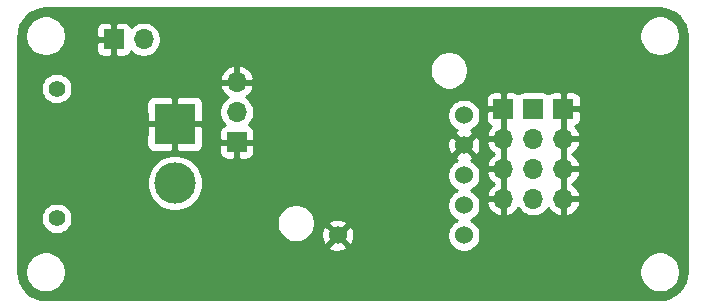
<source format=gbl>
G04 #@! TF.GenerationSoftware,KiCad,Pcbnew,(5.1.10)-1*
G04 #@! TF.CreationDate,2022-12-02T15:34:49-08:00*
G04 #@! TF.ProjectId,D24V22Fx_breakout,44323456-3232-4467-985f-627265616b6f,rev?*
G04 #@! TF.SameCoordinates,Original*
G04 #@! TF.FileFunction,Copper,L2,Bot*
G04 #@! TF.FilePolarity,Positive*
%FSLAX46Y46*%
G04 Gerber Fmt 4.6, Leading zero omitted, Abs format (unit mm)*
G04 Created by KiCad (PCBNEW (5.1.10)-1) date 2022-12-02 15:34:49*
%MOMM*%
%LPD*%
G01*
G04 APERTURE LIST*
G04 #@! TA.AperFunction,ComponentPad*
%ADD10C,1.524000*%
G04 #@! TD*
G04 #@! TA.AperFunction,ComponentPad*
%ADD11O,1.700000X1.700000*%
G04 #@! TD*
G04 #@! TA.AperFunction,ComponentPad*
%ADD12R,1.700000X1.700000*%
G04 #@! TD*
G04 #@! TA.AperFunction,ComponentPad*
%ADD13C,3.500000*%
G04 #@! TD*
G04 #@! TA.AperFunction,ComponentPad*
%ADD14R,3.500000X3.500000*%
G04 #@! TD*
G04 #@! TA.AperFunction,ComponentPad*
%ADD15C,1.400000*%
G04 #@! TD*
G04 #@! TA.AperFunction,ViaPad*
%ADD16C,0.800000*%
G04 #@! TD*
G04 #@! TA.AperFunction,Conductor*
%ADD17C,0.254000*%
G04 #@! TD*
G04 #@! TA.AperFunction,Conductor*
%ADD18C,0.100000*%
G04 #@! TD*
G04 APERTURE END LIST*
D10*
X155422600Y-86898480D03*
X155422600Y-84358480D03*
X155422600Y-81818480D03*
X155422600Y-79278480D03*
X155422600Y-76738480D03*
X144732600Y-86898480D03*
D11*
X163830000Y-83820000D03*
X163830000Y-81280000D03*
X163830000Y-78740000D03*
D12*
X163830000Y-76200000D03*
D11*
X161290000Y-83820000D03*
X161290000Y-81280000D03*
X161290000Y-78740000D03*
D12*
X161290000Y-76200000D03*
D11*
X158750000Y-83820000D03*
X158750000Y-81280000D03*
X158750000Y-78740000D03*
D12*
X158750000Y-76200000D03*
D11*
X128300000Y-70300000D03*
D12*
X125760000Y-70300000D03*
D13*
X130937000Y-82470000D03*
D14*
X130937000Y-77470000D03*
D15*
X120937000Y-85470000D03*
X120937000Y-74470000D03*
D11*
X136200000Y-73920000D03*
X136200000Y-76460000D03*
D12*
X136200000Y-79000000D03*
D16*
X164000000Y-70000000D03*
X157000000Y-70000000D03*
X149000000Y-70000000D03*
X149000000Y-80000000D03*
X142000000Y-80000000D03*
X142000000Y-74000000D03*
X154000000Y-91000000D03*
X149000000Y-85000000D03*
X126000000Y-85000000D03*
X126000000Y-80000000D03*
X126108500Y-74891500D03*
X121000000Y-80000000D03*
X169250000Y-76250000D03*
X169250000Y-80000000D03*
X169250000Y-83750000D03*
X164500000Y-87500000D03*
D17*
X172447063Y-67742168D02*
X172877097Y-67872003D01*
X173273724Y-68082892D01*
X173621831Y-68366801D01*
X173908169Y-68712923D01*
X174121822Y-69108068D01*
X174254656Y-69537184D01*
X174305001Y-70016186D01*
X174305000Y-89966009D01*
X174257832Y-90447063D01*
X174127997Y-90877097D01*
X173917108Y-91273723D01*
X173633197Y-91621832D01*
X173287074Y-91908170D01*
X172891931Y-92121823D01*
X172462817Y-92254656D01*
X171983824Y-92305000D01*
X120033991Y-92305000D01*
X119552937Y-92257832D01*
X119122903Y-92127997D01*
X118726277Y-91917108D01*
X118378168Y-91633197D01*
X118091830Y-91287074D01*
X117878177Y-90891931D01*
X117745344Y-90462817D01*
X117695000Y-89983824D01*
X117695000Y-89829117D01*
X118265000Y-89829117D01*
X118265000Y-90170883D01*
X118331675Y-90506081D01*
X118462463Y-90821831D01*
X118652337Y-91105998D01*
X118894002Y-91347663D01*
X119178169Y-91537537D01*
X119493919Y-91668325D01*
X119829117Y-91735000D01*
X120170883Y-91735000D01*
X120506081Y-91668325D01*
X120821831Y-91537537D01*
X121105998Y-91347663D01*
X121347663Y-91105998D01*
X121537537Y-90821831D01*
X121668325Y-90506081D01*
X121735000Y-90170883D01*
X121735000Y-89829117D01*
X170265000Y-89829117D01*
X170265000Y-90170883D01*
X170331675Y-90506081D01*
X170462463Y-90821831D01*
X170652337Y-91105998D01*
X170894002Y-91347663D01*
X171178169Y-91537537D01*
X171493919Y-91668325D01*
X171829117Y-91735000D01*
X172170883Y-91735000D01*
X172506081Y-91668325D01*
X172821831Y-91537537D01*
X173105998Y-91347663D01*
X173347663Y-91105998D01*
X173537537Y-90821831D01*
X173668325Y-90506081D01*
X173735000Y-90170883D01*
X173735000Y-89829117D01*
X173668325Y-89493919D01*
X173537537Y-89178169D01*
X173347663Y-88894002D01*
X173105998Y-88652337D01*
X172821831Y-88462463D01*
X172506081Y-88331675D01*
X172170883Y-88265000D01*
X171829117Y-88265000D01*
X171493919Y-88331675D01*
X171178169Y-88462463D01*
X170894002Y-88652337D01*
X170652337Y-88894002D01*
X170462463Y-89178169D01*
X170331675Y-89493919D01*
X170265000Y-89829117D01*
X121735000Y-89829117D01*
X121668325Y-89493919D01*
X121537537Y-89178169D01*
X121347663Y-88894002D01*
X121105998Y-88652337D01*
X120821831Y-88462463D01*
X120506081Y-88331675D01*
X120170883Y-88265000D01*
X119829117Y-88265000D01*
X119493919Y-88331675D01*
X119178169Y-88462463D01*
X118894002Y-88652337D01*
X118652337Y-88894002D01*
X118462463Y-89178169D01*
X118331675Y-89493919D01*
X118265000Y-89829117D01*
X117695000Y-89829117D01*
X117695000Y-87864045D01*
X143946640Y-87864045D01*
X144013620Y-88104136D01*
X144262648Y-88221236D01*
X144529735Y-88287503D01*
X144804617Y-88300390D01*
X145076733Y-88259402D01*
X145335623Y-88166116D01*
X145451580Y-88104136D01*
X145518560Y-87864045D01*
X144732600Y-87078085D01*
X143946640Y-87864045D01*
X117695000Y-87864045D01*
X117695000Y-85338514D01*
X119602000Y-85338514D01*
X119602000Y-85601486D01*
X119653304Y-85859405D01*
X119753939Y-86102359D01*
X119900038Y-86321013D01*
X120085987Y-86506962D01*
X120304641Y-86653061D01*
X120547595Y-86753696D01*
X120805514Y-86805000D01*
X121068486Y-86805000D01*
X121326405Y-86753696D01*
X121569359Y-86653061D01*
X121788013Y-86506962D01*
X121973962Y-86321013D01*
X122120061Y-86102359D01*
X122220696Y-85859405D01*
X122250922Y-85707447D01*
X139557600Y-85707447D01*
X139557600Y-86029513D01*
X139620432Y-86345392D01*
X139743682Y-86642943D01*
X139922613Y-86910732D01*
X140150348Y-87138467D01*
X140418137Y-87317398D01*
X140715688Y-87440648D01*
X141031567Y-87503480D01*
X141353633Y-87503480D01*
X141669512Y-87440648D01*
X141967063Y-87317398D01*
X142234852Y-87138467D01*
X142402822Y-86970497D01*
X143330690Y-86970497D01*
X143371678Y-87242613D01*
X143464964Y-87501503D01*
X143526944Y-87617460D01*
X143767035Y-87684440D01*
X144552995Y-86898480D01*
X144912205Y-86898480D01*
X145698165Y-87684440D01*
X145938256Y-87617460D01*
X146055356Y-87368432D01*
X146121623Y-87101345D01*
X146134510Y-86826463D01*
X146093522Y-86554347D01*
X146000236Y-86295457D01*
X145938256Y-86179500D01*
X145698165Y-86112520D01*
X144912205Y-86898480D01*
X144552995Y-86898480D01*
X143767035Y-86112520D01*
X143526944Y-86179500D01*
X143409844Y-86428528D01*
X143343577Y-86695615D01*
X143330690Y-86970497D01*
X142402822Y-86970497D01*
X142462587Y-86910732D01*
X142641518Y-86642943D01*
X142764768Y-86345392D01*
X142827600Y-86029513D01*
X142827600Y-85932915D01*
X143946640Y-85932915D01*
X144732600Y-86718875D01*
X145518560Y-85932915D01*
X145451580Y-85692824D01*
X145202552Y-85575724D01*
X144935465Y-85509457D01*
X144660583Y-85496570D01*
X144388467Y-85537558D01*
X144129577Y-85630844D01*
X144013620Y-85692824D01*
X143946640Y-85932915D01*
X142827600Y-85932915D01*
X142827600Y-85707447D01*
X142764768Y-85391568D01*
X142641518Y-85094017D01*
X142462587Y-84826228D01*
X142234852Y-84598493D01*
X141967063Y-84419562D01*
X141669512Y-84296312D01*
X141353633Y-84233480D01*
X141031567Y-84233480D01*
X140715688Y-84296312D01*
X140418137Y-84419562D01*
X140150348Y-84598493D01*
X139922613Y-84826228D01*
X139743682Y-85094017D01*
X139620432Y-85391568D01*
X139557600Y-85707447D01*
X122250922Y-85707447D01*
X122272000Y-85601486D01*
X122272000Y-85338514D01*
X122220696Y-85080595D01*
X122120061Y-84837641D01*
X121973962Y-84618987D01*
X121788013Y-84433038D01*
X121569359Y-84286939D01*
X121326405Y-84186304D01*
X121068486Y-84135000D01*
X120805514Y-84135000D01*
X120547595Y-84186304D01*
X120304641Y-84286939D01*
X120085987Y-84433038D01*
X119900038Y-84618987D01*
X119753939Y-84837641D01*
X119653304Y-85080595D01*
X119602000Y-85338514D01*
X117695000Y-85338514D01*
X117695000Y-82235098D01*
X128552000Y-82235098D01*
X128552000Y-82704902D01*
X128643654Y-83165679D01*
X128823440Y-83599721D01*
X129084450Y-83990349D01*
X129416651Y-84322550D01*
X129807279Y-84583560D01*
X130241321Y-84763346D01*
X130702098Y-84855000D01*
X131171902Y-84855000D01*
X131632679Y-84763346D01*
X132066721Y-84583560D01*
X132457349Y-84322550D01*
X132789550Y-83990349D01*
X133050560Y-83599721D01*
X133230346Y-83165679D01*
X133322000Y-82704902D01*
X133322000Y-82235098D01*
X133230346Y-81774321D01*
X133191645Y-81680888D01*
X154025600Y-81680888D01*
X154025600Y-81956072D01*
X154079286Y-82225970D01*
X154184595Y-82480207D01*
X154337480Y-82709015D01*
X154532065Y-82903600D01*
X154760873Y-83056485D01*
X154838115Y-83088480D01*
X154760873Y-83120475D01*
X154532065Y-83273360D01*
X154337480Y-83467945D01*
X154184595Y-83696753D01*
X154079286Y-83950990D01*
X154025600Y-84220888D01*
X154025600Y-84496072D01*
X154079286Y-84765970D01*
X154184595Y-85020207D01*
X154337480Y-85249015D01*
X154532065Y-85443600D01*
X154760873Y-85596485D01*
X154838115Y-85628480D01*
X154760873Y-85660475D01*
X154532065Y-85813360D01*
X154337480Y-86007945D01*
X154184595Y-86236753D01*
X154079286Y-86490990D01*
X154025600Y-86760888D01*
X154025600Y-87036072D01*
X154079286Y-87305970D01*
X154184595Y-87560207D01*
X154337480Y-87789015D01*
X154532065Y-87983600D01*
X154760873Y-88136485D01*
X155015110Y-88241794D01*
X155285008Y-88295480D01*
X155560192Y-88295480D01*
X155830090Y-88241794D01*
X156084327Y-88136485D01*
X156313135Y-87983600D01*
X156507720Y-87789015D01*
X156660605Y-87560207D01*
X156765914Y-87305970D01*
X156819600Y-87036072D01*
X156819600Y-86760888D01*
X156765914Y-86490990D01*
X156660605Y-86236753D01*
X156507720Y-86007945D01*
X156313135Y-85813360D01*
X156084327Y-85660475D01*
X156007085Y-85628480D01*
X156084327Y-85596485D01*
X156313135Y-85443600D01*
X156507720Y-85249015D01*
X156660605Y-85020207D01*
X156765914Y-84765970D01*
X156819600Y-84496072D01*
X156819600Y-84220888D01*
X156810849Y-84176890D01*
X157308524Y-84176890D01*
X157353175Y-84324099D01*
X157478359Y-84586920D01*
X157652412Y-84820269D01*
X157868645Y-85015178D01*
X158118748Y-85164157D01*
X158393109Y-85261481D01*
X158623000Y-85140814D01*
X158623000Y-83947000D01*
X157429845Y-83947000D01*
X157308524Y-84176890D01*
X156810849Y-84176890D01*
X156765914Y-83950990D01*
X156660605Y-83696753D01*
X156507720Y-83467945D01*
X156313135Y-83273360D01*
X156084327Y-83120475D01*
X156007085Y-83088480D01*
X156084327Y-83056485D01*
X156313135Y-82903600D01*
X156507720Y-82709015D01*
X156660605Y-82480207D01*
X156765914Y-82225970D01*
X156819600Y-81956072D01*
X156819600Y-81680888D01*
X156810849Y-81636890D01*
X157308524Y-81636890D01*
X157353175Y-81784099D01*
X157478359Y-82046920D01*
X157652412Y-82280269D01*
X157868645Y-82475178D01*
X157994255Y-82550000D01*
X157868645Y-82624822D01*
X157652412Y-82819731D01*
X157478359Y-83053080D01*
X157353175Y-83315901D01*
X157308524Y-83463110D01*
X157429845Y-83693000D01*
X158623000Y-83693000D01*
X158623000Y-81407000D01*
X157429845Y-81407000D01*
X157308524Y-81636890D01*
X156810849Y-81636890D01*
X156765914Y-81410990D01*
X156660605Y-81156753D01*
X156507720Y-80927945D01*
X156313135Y-80733360D01*
X156084327Y-80580475D01*
X156012657Y-80550788D01*
X156025623Y-80546116D01*
X156141580Y-80484136D01*
X156208560Y-80244045D01*
X155422600Y-79458085D01*
X154636640Y-80244045D01*
X154703620Y-80484136D01*
X154839360Y-80547965D01*
X154760873Y-80580475D01*
X154532065Y-80733360D01*
X154337480Y-80927945D01*
X154184595Y-81156753D01*
X154079286Y-81410990D01*
X154025600Y-81680888D01*
X133191645Y-81680888D01*
X133050560Y-81340279D01*
X132789550Y-80949651D01*
X132457349Y-80617450D01*
X132066721Y-80356440D01*
X131632679Y-80176654D01*
X131171902Y-80085000D01*
X130702098Y-80085000D01*
X130241321Y-80176654D01*
X129807279Y-80356440D01*
X129416651Y-80617450D01*
X129084450Y-80949651D01*
X128823440Y-81340279D01*
X128643654Y-81774321D01*
X128552000Y-82235098D01*
X117695000Y-82235098D01*
X117695000Y-79220000D01*
X128548928Y-79220000D01*
X128561188Y-79344482D01*
X128597498Y-79464180D01*
X128656463Y-79574494D01*
X128735815Y-79671185D01*
X128832506Y-79750537D01*
X128942820Y-79809502D01*
X129062518Y-79845812D01*
X129187000Y-79858072D01*
X130651250Y-79855000D01*
X130810000Y-79696250D01*
X130810000Y-77597000D01*
X131064000Y-77597000D01*
X131064000Y-79696250D01*
X131222750Y-79855000D01*
X132687000Y-79858072D01*
X132768959Y-79850000D01*
X134711928Y-79850000D01*
X134724188Y-79974482D01*
X134760498Y-80094180D01*
X134819463Y-80204494D01*
X134898815Y-80301185D01*
X134995506Y-80380537D01*
X135105820Y-80439502D01*
X135225518Y-80475812D01*
X135350000Y-80488072D01*
X135914250Y-80485000D01*
X136073000Y-80326250D01*
X136073000Y-79127000D01*
X136327000Y-79127000D01*
X136327000Y-80326250D01*
X136485750Y-80485000D01*
X137050000Y-80488072D01*
X137174482Y-80475812D01*
X137294180Y-80439502D01*
X137404494Y-80380537D01*
X137501185Y-80301185D01*
X137580537Y-80204494D01*
X137639502Y-80094180D01*
X137675812Y-79974482D01*
X137688072Y-79850000D01*
X137685353Y-79350497D01*
X154020690Y-79350497D01*
X154061678Y-79622613D01*
X154154964Y-79881503D01*
X154216944Y-79997460D01*
X154457035Y-80064440D01*
X155242995Y-79278480D01*
X155602205Y-79278480D01*
X156388165Y-80064440D01*
X156628256Y-79997460D01*
X156745356Y-79748432D01*
X156811623Y-79481345D01*
X156824510Y-79206463D01*
X156808006Y-79096890D01*
X157308524Y-79096890D01*
X157353175Y-79244099D01*
X157478359Y-79506920D01*
X157652412Y-79740269D01*
X157868645Y-79935178D01*
X157994255Y-80010000D01*
X157868645Y-80084822D01*
X157652412Y-80279731D01*
X157478359Y-80513080D01*
X157353175Y-80775901D01*
X157308524Y-80923110D01*
X157429845Y-81153000D01*
X158623000Y-81153000D01*
X158623000Y-78867000D01*
X157429845Y-78867000D01*
X157308524Y-79096890D01*
X156808006Y-79096890D01*
X156783522Y-78934347D01*
X156690236Y-78675457D01*
X156628256Y-78559500D01*
X156388165Y-78492520D01*
X155602205Y-79278480D01*
X155242995Y-79278480D01*
X154457035Y-78492520D01*
X154216944Y-78559500D01*
X154099844Y-78808528D01*
X154033577Y-79075615D01*
X154020690Y-79350497D01*
X137685353Y-79350497D01*
X137685000Y-79285750D01*
X137526250Y-79127000D01*
X136327000Y-79127000D01*
X136073000Y-79127000D01*
X134873750Y-79127000D01*
X134715000Y-79285750D01*
X134711928Y-79850000D01*
X132768959Y-79850000D01*
X132811482Y-79845812D01*
X132931180Y-79809502D01*
X133041494Y-79750537D01*
X133138185Y-79671185D01*
X133217537Y-79574494D01*
X133276502Y-79464180D01*
X133312812Y-79344482D01*
X133325072Y-79220000D01*
X133322828Y-78150000D01*
X134711928Y-78150000D01*
X134715000Y-78714250D01*
X134873750Y-78873000D01*
X136073000Y-78873000D01*
X136073000Y-78853000D01*
X136327000Y-78853000D01*
X136327000Y-78873000D01*
X137526250Y-78873000D01*
X137685000Y-78714250D01*
X137688072Y-78150000D01*
X137675812Y-78025518D01*
X137639502Y-77905820D01*
X137580537Y-77795506D01*
X137501185Y-77698815D01*
X137404494Y-77619463D01*
X137294180Y-77560498D01*
X137221620Y-77538487D01*
X137353475Y-77406632D01*
X137515990Y-77163411D01*
X137627932Y-76893158D01*
X137685000Y-76606260D01*
X137685000Y-76600888D01*
X154025600Y-76600888D01*
X154025600Y-76876072D01*
X154079286Y-77145970D01*
X154184595Y-77400207D01*
X154337480Y-77629015D01*
X154532065Y-77823600D01*
X154760873Y-77976485D01*
X154832543Y-78006172D01*
X154819577Y-78010844D01*
X154703620Y-78072824D01*
X154636640Y-78312915D01*
X155422600Y-79098875D01*
X156208560Y-78312915D01*
X156141580Y-78072824D01*
X156005840Y-78008995D01*
X156084327Y-77976485D01*
X156313135Y-77823600D01*
X156507720Y-77629015D01*
X156660605Y-77400207D01*
X156765914Y-77145970D01*
X156785003Y-77050000D01*
X157261928Y-77050000D01*
X157274188Y-77174482D01*
X157310498Y-77294180D01*
X157369463Y-77404494D01*
X157448815Y-77501185D01*
X157545506Y-77580537D01*
X157655820Y-77639502D01*
X157736466Y-77663966D01*
X157652412Y-77739731D01*
X157478359Y-77973080D01*
X157353175Y-78235901D01*
X157308524Y-78383110D01*
X157429845Y-78613000D01*
X158623000Y-78613000D01*
X158623000Y-76327000D01*
X157423750Y-76327000D01*
X157265000Y-76485750D01*
X157261928Y-77050000D01*
X156785003Y-77050000D01*
X156819600Y-76876072D01*
X156819600Y-76600888D01*
X156765914Y-76330990D01*
X156660605Y-76076753D01*
X156507720Y-75847945D01*
X156313135Y-75653360D01*
X156084327Y-75500475D01*
X155830090Y-75395166D01*
X155603025Y-75350000D01*
X157261928Y-75350000D01*
X157265000Y-75914250D01*
X157423750Y-76073000D01*
X158623000Y-76073000D01*
X158623000Y-74873750D01*
X158877000Y-74873750D01*
X158877000Y-76073000D01*
X158897000Y-76073000D01*
X158897000Y-76327000D01*
X158877000Y-76327000D01*
X158877000Y-78613000D01*
X158897000Y-78613000D01*
X158897000Y-78867000D01*
X158877000Y-78867000D01*
X158877000Y-81153000D01*
X158897000Y-81153000D01*
X158897000Y-81407000D01*
X158877000Y-81407000D01*
X158877000Y-83693000D01*
X158897000Y-83693000D01*
X158897000Y-83947000D01*
X158877000Y-83947000D01*
X158877000Y-85140814D01*
X159106891Y-85261481D01*
X159381252Y-85164157D01*
X159631355Y-85015178D01*
X159847588Y-84820269D01*
X160018900Y-84590594D01*
X160136525Y-84766632D01*
X160343368Y-84973475D01*
X160586589Y-85135990D01*
X160856842Y-85247932D01*
X161143740Y-85305000D01*
X161436260Y-85305000D01*
X161723158Y-85247932D01*
X161993411Y-85135990D01*
X162236632Y-84973475D01*
X162443475Y-84766632D01*
X162561100Y-84590594D01*
X162732412Y-84820269D01*
X162948645Y-85015178D01*
X163198748Y-85164157D01*
X163473109Y-85261481D01*
X163703000Y-85140814D01*
X163703000Y-83947000D01*
X163957000Y-83947000D01*
X163957000Y-85140814D01*
X164186891Y-85261481D01*
X164461252Y-85164157D01*
X164711355Y-85015178D01*
X164927588Y-84820269D01*
X165101641Y-84586920D01*
X165226825Y-84324099D01*
X165271476Y-84176890D01*
X165150155Y-83947000D01*
X163957000Y-83947000D01*
X163703000Y-83947000D01*
X163683000Y-83947000D01*
X163683000Y-83693000D01*
X163703000Y-83693000D01*
X163703000Y-81407000D01*
X163957000Y-81407000D01*
X163957000Y-83693000D01*
X165150155Y-83693000D01*
X165271476Y-83463110D01*
X165226825Y-83315901D01*
X165101641Y-83053080D01*
X164927588Y-82819731D01*
X164711355Y-82624822D01*
X164585745Y-82550000D01*
X164711355Y-82475178D01*
X164927588Y-82280269D01*
X165101641Y-82046920D01*
X165226825Y-81784099D01*
X165271476Y-81636890D01*
X165150155Y-81407000D01*
X163957000Y-81407000D01*
X163703000Y-81407000D01*
X163683000Y-81407000D01*
X163683000Y-81153000D01*
X163703000Y-81153000D01*
X163703000Y-78867000D01*
X163957000Y-78867000D01*
X163957000Y-81153000D01*
X165150155Y-81153000D01*
X165271476Y-80923110D01*
X165226825Y-80775901D01*
X165101641Y-80513080D01*
X164927588Y-80279731D01*
X164711355Y-80084822D01*
X164585745Y-80010000D01*
X164711355Y-79935178D01*
X164927588Y-79740269D01*
X165101641Y-79506920D01*
X165226825Y-79244099D01*
X165271476Y-79096890D01*
X165150155Y-78867000D01*
X163957000Y-78867000D01*
X163703000Y-78867000D01*
X163683000Y-78867000D01*
X163683000Y-78613000D01*
X163703000Y-78613000D01*
X163703000Y-76327000D01*
X163957000Y-76327000D01*
X163957000Y-78613000D01*
X165150155Y-78613000D01*
X165271476Y-78383110D01*
X165226825Y-78235901D01*
X165101641Y-77973080D01*
X164927588Y-77739731D01*
X164843534Y-77663966D01*
X164924180Y-77639502D01*
X165034494Y-77580537D01*
X165131185Y-77501185D01*
X165210537Y-77404494D01*
X165269502Y-77294180D01*
X165305812Y-77174482D01*
X165318072Y-77050000D01*
X165315000Y-76485750D01*
X165156250Y-76327000D01*
X163957000Y-76327000D01*
X163703000Y-76327000D01*
X163683000Y-76327000D01*
X163683000Y-76073000D01*
X163703000Y-76073000D01*
X163703000Y-74873750D01*
X163957000Y-74873750D01*
X163957000Y-76073000D01*
X165156250Y-76073000D01*
X165315000Y-75914250D01*
X165318072Y-75350000D01*
X165305812Y-75225518D01*
X165269502Y-75105820D01*
X165210537Y-74995506D01*
X165131185Y-74898815D01*
X165034494Y-74819463D01*
X164924180Y-74760498D01*
X164804482Y-74724188D01*
X164680000Y-74711928D01*
X164115750Y-74715000D01*
X163957000Y-74873750D01*
X163703000Y-74873750D01*
X163544250Y-74715000D01*
X162980000Y-74711928D01*
X162855518Y-74724188D01*
X162735820Y-74760498D01*
X162625506Y-74819463D01*
X162560000Y-74873222D01*
X162494494Y-74819463D01*
X162384180Y-74760498D01*
X162264482Y-74724188D01*
X162140000Y-74711928D01*
X160440000Y-74711928D01*
X160315518Y-74724188D01*
X160195820Y-74760498D01*
X160085506Y-74819463D01*
X160020000Y-74873222D01*
X159954494Y-74819463D01*
X159844180Y-74760498D01*
X159724482Y-74724188D01*
X159600000Y-74711928D01*
X159035750Y-74715000D01*
X158877000Y-74873750D01*
X158623000Y-74873750D01*
X158464250Y-74715000D01*
X157900000Y-74711928D01*
X157775518Y-74724188D01*
X157655820Y-74760498D01*
X157545506Y-74819463D01*
X157448815Y-74898815D01*
X157369463Y-74995506D01*
X157310498Y-75105820D01*
X157274188Y-75225518D01*
X157261928Y-75350000D01*
X155603025Y-75350000D01*
X155560192Y-75341480D01*
X155285008Y-75341480D01*
X155015110Y-75395166D01*
X154760873Y-75500475D01*
X154532065Y-75653360D01*
X154337480Y-75847945D01*
X154184595Y-76076753D01*
X154079286Y-76330990D01*
X154025600Y-76600888D01*
X137685000Y-76600888D01*
X137685000Y-76313740D01*
X137627932Y-76026842D01*
X137515990Y-75756589D01*
X137353475Y-75513368D01*
X137146632Y-75306525D01*
X136964466Y-75184805D01*
X137081355Y-75115178D01*
X137297588Y-74920269D01*
X137471641Y-74686920D01*
X137596825Y-74424099D01*
X137641476Y-74276890D01*
X137520155Y-74047000D01*
X136327000Y-74047000D01*
X136327000Y-74067000D01*
X136073000Y-74067000D01*
X136073000Y-74047000D01*
X134879845Y-74047000D01*
X134758524Y-74276890D01*
X134803175Y-74424099D01*
X134928359Y-74686920D01*
X135102412Y-74920269D01*
X135318645Y-75115178D01*
X135435534Y-75184805D01*
X135253368Y-75306525D01*
X135046525Y-75513368D01*
X134884010Y-75756589D01*
X134772068Y-76026842D01*
X134715000Y-76313740D01*
X134715000Y-76606260D01*
X134772068Y-76893158D01*
X134884010Y-77163411D01*
X135046525Y-77406632D01*
X135178380Y-77538487D01*
X135105820Y-77560498D01*
X134995506Y-77619463D01*
X134898815Y-77698815D01*
X134819463Y-77795506D01*
X134760498Y-77905820D01*
X134724188Y-78025518D01*
X134711928Y-78150000D01*
X133322828Y-78150000D01*
X133322000Y-77755750D01*
X133163250Y-77597000D01*
X131064000Y-77597000D01*
X130810000Y-77597000D01*
X128710750Y-77597000D01*
X128552000Y-77755750D01*
X128548928Y-79220000D01*
X117695000Y-79220000D01*
X117695000Y-74338514D01*
X119602000Y-74338514D01*
X119602000Y-74601486D01*
X119653304Y-74859405D01*
X119753939Y-75102359D01*
X119900038Y-75321013D01*
X120085987Y-75506962D01*
X120304641Y-75653061D01*
X120547595Y-75753696D01*
X120805514Y-75805000D01*
X121068486Y-75805000D01*
X121326405Y-75753696D01*
X121407754Y-75720000D01*
X128548928Y-75720000D01*
X128552000Y-77184250D01*
X128710750Y-77343000D01*
X130810000Y-77343000D01*
X130810000Y-75243750D01*
X131064000Y-75243750D01*
X131064000Y-77343000D01*
X133163250Y-77343000D01*
X133322000Y-77184250D01*
X133325072Y-75720000D01*
X133312812Y-75595518D01*
X133276502Y-75475820D01*
X133217537Y-75365506D01*
X133138185Y-75268815D01*
X133041494Y-75189463D01*
X132931180Y-75130498D01*
X132811482Y-75094188D01*
X132687000Y-75081928D01*
X131222750Y-75085000D01*
X131064000Y-75243750D01*
X130810000Y-75243750D01*
X130651250Y-75085000D01*
X129187000Y-75081928D01*
X129062518Y-75094188D01*
X128942820Y-75130498D01*
X128832506Y-75189463D01*
X128735815Y-75268815D01*
X128656463Y-75365506D01*
X128597498Y-75475820D01*
X128561188Y-75595518D01*
X128548928Y-75720000D01*
X121407754Y-75720000D01*
X121569359Y-75653061D01*
X121788013Y-75506962D01*
X121973962Y-75321013D01*
X122120061Y-75102359D01*
X122220696Y-74859405D01*
X122272000Y-74601486D01*
X122272000Y-74338514D01*
X122220696Y-74080595D01*
X122120061Y-73837641D01*
X121973962Y-73618987D01*
X121918085Y-73563110D01*
X134758524Y-73563110D01*
X134879845Y-73793000D01*
X136073000Y-73793000D01*
X136073000Y-72599186D01*
X136327000Y-72599186D01*
X136327000Y-73793000D01*
X137520155Y-73793000D01*
X137641476Y-73563110D01*
X137596825Y-73415901D01*
X137471641Y-73153080D01*
X137297588Y-72919731D01*
X137128644Y-72767447D01*
X152517600Y-72767447D01*
X152517600Y-73089513D01*
X152580432Y-73405392D01*
X152703682Y-73702943D01*
X152882613Y-73970732D01*
X153110348Y-74198467D01*
X153378137Y-74377398D01*
X153675688Y-74500648D01*
X153991567Y-74563480D01*
X154313633Y-74563480D01*
X154629512Y-74500648D01*
X154927063Y-74377398D01*
X155194852Y-74198467D01*
X155422587Y-73970732D01*
X155601518Y-73702943D01*
X155724768Y-73405392D01*
X155787600Y-73089513D01*
X155787600Y-72767447D01*
X155724768Y-72451568D01*
X155601518Y-72154017D01*
X155422587Y-71886228D01*
X155194852Y-71658493D01*
X154927063Y-71479562D01*
X154629512Y-71356312D01*
X154313633Y-71293480D01*
X153991567Y-71293480D01*
X153675688Y-71356312D01*
X153378137Y-71479562D01*
X153110348Y-71658493D01*
X152882613Y-71886228D01*
X152703682Y-72154017D01*
X152580432Y-72451568D01*
X152517600Y-72767447D01*
X137128644Y-72767447D01*
X137081355Y-72724822D01*
X136831252Y-72575843D01*
X136556891Y-72478519D01*
X136327000Y-72599186D01*
X136073000Y-72599186D01*
X135843109Y-72478519D01*
X135568748Y-72575843D01*
X135318645Y-72724822D01*
X135102412Y-72919731D01*
X134928359Y-73153080D01*
X134803175Y-73415901D01*
X134758524Y-73563110D01*
X121918085Y-73563110D01*
X121788013Y-73433038D01*
X121569359Y-73286939D01*
X121326405Y-73186304D01*
X121068486Y-73135000D01*
X120805514Y-73135000D01*
X120547595Y-73186304D01*
X120304641Y-73286939D01*
X120085987Y-73433038D01*
X119900038Y-73618987D01*
X119753939Y-73837641D01*
X119653304Y-74080595D01*
X119602000Y-74338514D01*
X117695000Y-74338514D01*
X117695000Y-70033992D01*
X117715088Y-69829117D01*
X118265000Y-69829117D01*
X118265000Y-70170883D01*
X118331675Y-70506081D01*
X118462463Y-70821831D01*
X118652337Y-71105998D01*
X118894002Y-71347663D01*
X119178169Y-71537537D01*
X119493919Y-71668325D01*
X119829117Y-71735000D01*
X120170883Y-71735000D01*
X120506081Y-71668325D01*
X120821831Y-71537537D01*
X121105998Y-71347663D01*
X121303661Y-71150000D01*
X124271928Y-71150000D01*
X124284188Y-71274482D01*
X124320498Y-71394180D01*
X124379463Y-71504494D01*
X124458815Y-71601185D01*
X124555506Y-71680537D01*
X124665820Y-71739502D01*
X124785518Y-71775812D01*
X124910000Y-71788072D01*
X125474250Y-71785000D01*
X125633000Y-71626250D01*
X125633000Y-70427000D01*
X124433750Y-70427000D01*
X124275000Y-70585750D01*
X124271928Y-71150000D01*
X121303661Y-71150000D01*
X121347663Y-71105998D01*
X121537537Y-70821831D01*
X121668325Y-70506081D01*
X121735000Y-70170883D01*
X121735000Y-69829117D01*
X121668325Y-69493919D01*
X121650134Y-69450000D01*
X124271928Y-69450000D01*
X124275000Y-70014250D01*
X124433750Y-70173000D01*
X125633000Y-70173000D01*
X125633000Y-68973750D01*
X125887000Y-68973750D01*
X125887000Y-70173000D01*
X125907000Y-70173000D01*
X125907000Y-70427000D01*
X125887000Y-70427000D01*
X125887000Y-71626250D01*
X126045750Y-71785000D01*
X126610000Y-71788072D01*
X126734482Y-71775812D01*
X126854180Y-71739502D01*
X126964494Y-71680537D01*
X127061185Y-71601185D01*
X127140537Y-71504494D01*
X127199502Y-71394180D01*
X127221513Y-71321620D01*
X127353368Y-71453475D01*
X127596589Y-71615990D01*
X127866842Y-71727932D01*
X128153740Y-71785000D01*
X128446260Y-71785000D01*
X128733158Y-71727932D01*
X129003411Y-71615990D01*
X129246632Y-71453475D01*
X129453475Y-71246632D01*
X129615990Y-71003411D01*
X129727932Y-70733158D01*
X129785000Y-70446260D01*
X129785000Y-70153740D01*
X129727932Y-69866842D01*
X129712306Y-69829117D01*
X170265000Y-69829117D01*
X170265000Y-70170883D01*
X170331675Y-70506081D01*
X170462463Y-70821831D01*
X170652337Y-71105998D01*
X170894002Y-71347663D01*
X171178169Y-71537537D01*
X171493919Y-71668325D01*
X171829117Y-71735000D01*
X172170883Y-71735000D01*
X172506081Y-71668325D01*
X172821831Y-71537537D01*
X173105998Y-71347663D01*
X173347663Y-71105998D01*
X173537537Y-70821831D01*
X173668325Y-70506081D01*
X173735000Y-70170883D01*
X173735000Y-69829117D01*
X173668325Y-69493919D01*
X173537537Y-69178169D01*
X173347663Y-68894002D01*
X173105998Y-68652337D01*
X172821831Y-68462463D01*
X172506081Y-68331675D01*
X172170883Y-68265000D01*
X171829117Y-68265000D01*
X171493919Y-68331675D01*
X171178169Y-68462463D01*
X170894002Y-68652337D01*
X170652337Y-68894002D01*
X170462463Y-69178169D01*
X170331675Y-69493919D01*
X170265000Y-69829117D01*
X129712306Y-69829117D01*
X129615990Y-69596589D01*
X129453475Y-69353368D01*
X129246632Y-69146525D01*
X129003411Y-68984010D01*
X128733158Y-68872068D01*
X128446260Y-68815000D01*
X128153740Y-68815000D01*
X127866842Y-68872068D01*
X127596589Y-68984010D01*
X127353368Y-69146525D01*
X127221513Y-69278380D01*
X127199502Y-69205820D01*
X127140537Y-69095506D01*
X127061185Y-68998815D01*
X126964494Y-68919463D01*
X126854180Y-68860498D01*
X126734482Y-68824188D01*
X126610000Y-68811928D01*
X126045750Y-68815000D01*
X125887000Y-68973750D01*
X125633000Y-68973750D01*
X125474250Y-68815000D01*
X124910000Y-68811928D01*
X124785518Y-68824188D01*
X124665820Y-68860498D01*
X124555506Y-68919463D01*
X124458815Y-68998815D01*
X124379463Y-69095506D01*
X124320498Y-69205820D01*
X124284188Y-69325518D01*
X124271928Y-69450000D01*
X121650134Y-69450000D01*
X121537537Y-69178169D01*
X121347663Y-68894002D01*
X121105998Y-68652337D01*
X120821831Y-68462463D01*
X120506081Y-68331675D01*
X120170883Y-68265000D01*
X119829117Y-68265000D01*
X119493919Y-68331675D01*
X119178169Y-68462463D01*
X118894002Y-68652337D01*
X118652337Y-68894002D01*
X118462463Y-69178169D01*
X118331675Y-69493919D01*
X118265000Y-69829117D01*
X117715088Y-69829117D01*
X117742168Y-69552937D01*
X117872003Y-69122903D01*
X118082892Y-68726276D01*
X118366801Y-68378169D01*
X118712923Y-68091831D01*
X119108068Y-67878178D01*
X119537184Y-67745344D01*
X120016176Y-67695000D01*
X171966008Y-67695000D01*
X172447063Y-67742168D01*
G04 #@! TA.AperFunction,Conductor*
D18*
G36*
X172447063Y-67742168D02*
G01*
X172877097Y-67872003D01*
X173273724Y-68082892D01*
X173621831Y-68366801D01*
X173908169Y-68712923D01*
X174121822Y-69108068D01*
X174254656Y-69537184D01*
X174305001Y-70016186D01*
X174305000Y-89966009D01*
X174257832Y-90447063D01*
X174127997Y-90877097D01*
X173917108Y-91273723D01*
X173633197Y-91621832D01*
X173287074Y-91908170D01*
X172891931Y-92121823D01*
X172462817Y-92254656D01*
X171983824Y-92305000D01*
X120033991Y-92305000D01*
X119552937Y-92257832D01*
X119122903Y-92127997D01*
X118726277Y-91917108D01*
X118378168Y-91633197D01*
X118091830Y-91287074D01*
X117878177Y-90891931D01*
X117745344Y-90462817D01*
X117695000Y-89983824D01*
X117695000Y-89829117D01*
X118265000Y-89829117D01*
X118265000Y-90170883D01*
X118331675Y-90506081D01*
X118462463Y-90821831D01*
X118652337Y-91105998D01*
X118894002Y-91347663D01*
X119178169Y-91537537D01*
X119493919Y-91668325D01*
X119829117Y-91735000D01*
X120170883Y-91735000D01*
X120506081Y-91668325D01*
X120821831Y-91537537D01*
X121105998Y-91347663D01*
X121347663Y-91105998D01*
X121537537Y-90821831D01*
X121668325Y-90506081D01*
X121735000Y-90170883D01*
X121735000Y-89829117D01*
X170265000Y-89829117D01*
X170265000Y-90170883D01*
X170331675Y-90506081D01*
X170462463Y-90821831D01*
X170652337Y-91105998D01*
X170894002Y-91347663D01*
X171178169Y-91537537D01*
X171493919Y-91668325D01*
X171829117Y-91735000D01*
X172170883Y-91735000D01*
X172506081Y-91668325D01*
X172821831Y-91537537D01*
X173105998Y-91347663D01*
X173347663Y-91105998D01*
X173537537Y-90821831D01*
X173668325Y-90506081D01*
X173735000Y-90170883D01*
X173735000Y-89829117D01*
X173668325Y-89493919D01*
X173537537Y-89178169D01*
X173347663Y-88894002D01*
X173105998Y-88652337D01*
X172821831Y-88462463D01*
X172506081Y-88331675D01*
X172170883Y-88265000D01*
X171829117Y-88265000D01*
X171493919Y-88331675D01*
X171178169Y-88462463D01*
X170894002Y-88652337D01*
X170652337Y-88894002D01*
X170462463Y-89178169D01*
X170331675Y-89493919D01*
X170265000Y-89829117D01*
X121735000Y-89829117D01*
X121668325Y-89493919D01*
X121537537Y-89178169D01*
X121347663Y-88894002D01*
X121105998Y-88652337D01*
X120821831Y-88462463D01*
X120506081Y-88331675D01*
X120170883Y-88265000D01*
X119829117Y-88265000D01*
X119493919Y-88331675D01*
X119178169Y-88462463D01*
X118894002Y-88652337D01*
X118652337Y-88894002D01*
X118462463Y-89178169D01*
X118331675Y-89493919D01*
X118265000Y-89829117D01*
X117695000Y-89829117D01*
X117695000Y-87864045D01*
X143946640Y-87864045D01*
X144013620Y-88104136D01*
X144262648Y-88221236D01*
X144529735Y-88287503D01*
X144804617Y-88300390D01*
X145076733Y-88259402D01*
X145335623Y-88166116D01*
X145451580Y-88104136D01*
X145518560Y-87864045D01*
X144732600Y-87078085D01*
X143946640Y-87864045D01*
X117695000Y-87864045D01*
X117695000Y-85338514D01*
X119602000Y-85338514D01*
X119602000Y-85601486D01*
X119653304Y-85859405D01*
X119753939Y-86102359D01*
X119900038Y-86321013D01*
X120085987Y-86506962D01*
X120304641Y-86653061D01*
X120547595Y-86753696D01*
X120805514Y-86805000D01*
X121068486Y-86805000D01*
X121326405Y-86753696D01*
X121569359Y-86653061D01*
X121788013Y-86506962D01*
X121973962Y-86321013D01*
X122120061Y-86102359D01*
X122220696Y-85859405D01*
X122250922Y-85707447D01*
X139557600Y-85707447D01*
X139557600Y-86029513D01*
X139620432Y-86345392D01*
X139743682Y-86642943D01*
X139922613Y-86910732D01*
X140150348Y-87138467D01*
X140418137Y-87317398D01*
X140715688Y-87440648D01*
X141031567Y-87503480D01*
X141353633Y-87503480D01*
X141669512Y-87440648D01*
X141967063Y-87317398D01*
X142234852Y-87138467D01*
X142402822Y-86970497D01*
X143330690Y-86970497D01*
X143371678Y-87242613D01*
X143464964Y-87501503D01*
X143526944Y-87617460D01*
X143767035Y-87684440D01*
X144552995Y-86898480D01*
X144912205Y-86898480D01*
X145698165Y-87684440D01*
X145938256Y-87617460D01*
X146055356Y-87368432D01*
X146121623Y-87101345D01*
X146134510Y-86826463D01*
X146093522Y-86554347D01*
X146000236Y-86295457D01*
X145938256Y-86179500D01*
X145698165Y-86112520D01*
X144912205Y-86898480D01*
X144552995Y-86898480D01*
X143767035Y-86112520D01*
X143526944Y-86179500D01*
X143409844Y-86428528D01*
X143343577Y-86695615D01*
X143330690Y-86970497D01*
X142402822Y-86970497D01*
X142462587Y-86910732D01*
X142641518Y-86642943D01*
X142764768Y-86345392D01*
X142827600Y-86029513D01*
X142827600Y-85932915D01*
X143946640Y-85932915D01*
X144732600Y-86718875D01*
X145518560Y-85932915D01*
X145451580Y-85692824D01*
X145202552Y-85575724D01*
X144935465Y-85509457D01*
X144660583Y-85496570D01*
X144388467Y-85537558D01*
X144129577Y-85630844D01*
X144013620Y-85692824D01*
X143946640Y-85932915D01*
X142827600Y-85932915D01*
X142827600Y-85707447D01*
X142764768Y-85391568D01*
X142641518Y-85094017D01*
X142462587Y-84826228D01*
X142234852Y-84598493D01*
X141967063Y-84419562D01*
X141669512Y-84296312D01*
X141353633Y-84233480D01*
X141031567Y-84233480D01*
X140715688Y-84296312D01*
X140418137Y-84419562D01*
X140150348Y-84598493D01*
X139922613Y-84826228D01*
X139743682Y-85094017D01*
X139620432Y-85391568D01*
X139557600Y-85707447D01*
X122250922Y-85707447D01*
X122272000Y-85601486D01*
X122272000Y-85338514D01*
X122220696Y-85080595D01*
X122120061Y-84837641D01*
X121973962Y-84618987D01*
X121788013Y-84433038D01*
X121569359Y-84286939D01*
X121326405Y-84186304D01*
X121068486Y-84135000D01*
X120805514Y-84135000D01*
X120547595Y-84186304D01*
X120304641Y-84286939D01*
X120085987Y-84433038D01*
X119900038Y-84618987D01*
X119753939Y-84837641D01*
X119653304Y-85080595D01*
X119602000Y-85338514D01*
X117695000Y-85338514D01*
X117695000Y-82235098D01*
X128552000Y-82235098D01*
X128552000Y-82704902D01*
X128643654Y-83165679D01*
X128823440Y-83599721D01*
X129084450Y-83990349D01*
X129416651Y-84322550D01*
X129807279Y-84583560D01*
X130241321Y-84763346D01*
X130702098Y-84855000D01*
X131171902Y-84855000D01*
X131632679Y-84763346D01*
X132066721Y-84583560D01*
X132457349Y-84322550D01*
X132789550Y-83990349D01*
X133050560Y-83599721D01*
X133230346Y-83165679D01*
X133322000Y-82704902D01*
X133322000Y-82235098D01*
X133230346Y-81774321D01*
X133191645Y-81680888D01*
X154025600Y-81680888D01*
X154025600Y-81956072D01*
X154079286Y-82225970D01*
X154184595Y-82480207D01*
X154337480Y-82709015D01*
X154532065Y-82903600D01*
X154760873Y-83056485D01*
X154838115Y-83088480D01*
X154760873Y-83120475D01*
X154532065Y-83273360D01*
X154337480Y-83467945D01*
X154184595Y-83696753D01*
X154079286Y-83950990D01*
X154025600Y-84220888D01*
X154025600Y-84496072D01*
X154079286Y-84765970D01*
X154184595Y-85020207D01*
X154337480Y-85249015D01*
X154532065Y-85443600D01*
X154760873Y-85596485D01*
X154838115Y-85628480D01*
X154760873Y-85660475D01*
X154532065Y-85813360D01*
X154337480Y-86007945D01*
X154184595Y-86236753D01*
X154079286Y-86490990D01*
X154025600Y-86760888D01*
X154025600Y-87036072D01*
X154079286Y-87305970D01*
X154184595Y-87560207D01*
X154337480Y-87789015D01*
X154532065Y-87983600D01*
X154760873Y-88136485D01*
X155015110Y-88241794D01*
X155285008Y-88295480D01*
X155560192Y-88295480D01*
X155830090Y-88241794D01*
X156084327Y-88136485D01*
X156313135Y-87983600D01*
X156507720Y-87789015D01*
X156660605Y-87560207D01*
X156765914Y-87305970D01*
X156819600Y-87036072D01*
X156819600Y-86760888D01*
X156765914Y-86490990D01*
X156660605Y-86236753D01*
X156507720Y-86007945D01*
X156313135Y-85813360D01*
X156084327Y-85660475D01*
X156007085Y-85628480D01*
X156084327Y-85596485D01*
X156313135Y-85443600D01*
X156507720Y-85249015D01*
X156660605Y-85020207D01*
X156765914Y-84765970D01*
X156819600Y-84496072D01*
X156819600Y-84220888D01*
X156810849Y-84176890D01*
X157308524Y-84176890D01*
X157353175Y-84324099D01*
X157478359Y-84586920D01*
X157652412Y-84820269D01*
X157868645Y-85015178D01*
X158118748Y-85164157D01*
X158393109Y-85261481D01*
X158623000Y-85140814D01*
X158623000Y-83947000D01*
X157429845Y-83947000D01*
X157308524Y-84176890D01*
X156810849Y-84176890D01*
X156765914Y-83950990D01*
X156660605Y-83696753D01*
X156507720Y-83467945D01*
X156313135Y-83273360D01*
X156084327Y-83120475D01*
X156007085Y-83088480D01*
X156084327Y-83056485D01*
X156313135Y-82903600D01*
X156507720Y-82709015D01*
X156660605Y-82480207D01*
X156765914Y-82225970D01*
X156819600Y-81956072D01*
X156819600Y-81680888D01*
X156810849Y-81636890D01*
X157308524Y-81636890D01*
X157353175Y-81784099D01*
X157478359Y-82046920D01*
X157652412Y-82280269D01*
X157868645Y-82475178D01*
X157994255Y-82550000D01*
X157868645Y-82624822D01*
X157652412Y-82819731D01*
X157478359Y-83053080D01*
X157353175Y-83315901D01*
X157308524Y-83463110D01*
X157429845Y-83693000D01*
X158623000Y-83693000D01*
X158623000Y-81407000D01*
X157429845Y-81407000D01*
X157308524Y-81636890D01*
X156810849Y-81636890D01*
X156765914Y-81410990D01*
X156660605Y-81156753D01*
X156507720Y-80927945D01*
X156313135Y-80733360D01*
X156084327Y-80580475D01*
X156012657Y-80550788D01*
X156025623Y-80546116D01*
X156141580Y-80484136D01*
X156208560Y-80244045D01*
X155422600Y-79458085D01*
X154636640Y-80244045D01*
X154703620Y-80484136D01*
X154839360Y-80547965D01*
X154760873Y-80580475D01*
X154532065Y-80733360D01*
X154337480Y-80927945D01*
X154184595Y-81156753D01*
X154079286Y-81410990D01*
X154025600Y-81680888D01*
X133191645Y-81680888D01*
X133050560Y-81340279D01*
X132789550Y-80949651D01*
X132457349Y-80617450D01*
X132066721Y-80356440D01*
X131632679Y-80176654D01*
X131171902Y-80085000D01*
X130702098Y-80085000D01*
X130241321Y-80176654D01*
X129807279Y-80356440D01*
X129416651Y-80617450D01*
X129084450Y-80949651D01*
X128823440Y-81340279D01*
X128643654Y-81774321D01*
X128552000Y-82235098D01*
X117695000Y-82235098D01*
X117695000Y-79220000D01*
X128548928Y-79220000D01*
X128561188Y-79344482D01*
X128597498Y-79464180D01*
X128656463Y-79574494D01*
X128735815Y-79671185D01*
X128832506Y-79750537D01*
X128942820Y-79809502D01*
X129062518Y-79845812D01*
X129187000Y-79858072D01*
X130651250Y-79855000D01*
X130810000Y-79696250D01*
X130810000Y-77597000D01*
X131064000Y-77597000D01*
X131064000Y-79696250D01*
X131222750Y-79855000D01*
X132687000Y-79858072D01*
X132768959Y-79850000D01*
X134711928Y-79850000D01*
X134724188Y-79974482D01*
X134760498Y-80094180D01*
X134819463Y-80204494D01*
X134898815Y-80301185D01*
X134995506Y-80380537D01*
X135105820Y-80439502D01*
X135225518Y-80475812D01*
X135350000Y-80488072D01*
X135914250Y-80485000D01*
X136073000Y-80326250D01*
X136073000Y-79127000D01*
X136327000Y-79127000D01*
X136327000Y-80326250D01*
X136485750Y-80485000D01*
X137050000Y-80488072D01*
X137174482Y-80475812D01*
X137294180Y-80439502D01*
X137404494Y-80380537D01*
X137501185Y-80301185D01*
X137580537Y-80204494D01*
X137639502Y-80094180D01*
X137675812Y-79974482D01*
X137688072Y-79850000D01*
X137685353Y-79350497D01*
X154020690Y-79350497D01*
X154061678Y-79622613D01*
X154154964Y-79881503D01*
X154216944Y-79997460D01*
X154457035Y-80064440D01*
X155242995Y-79278480D01*
X155602205Y-79278480D01*
X156388165Y-80064440D01*
X156628256Y-79997460D01*
X156745356Y-79748432D01*
X156811623Y-79481345D01*
X156824510Y-79206463D01*
X156808006Y-79096890D01*
X157308524Y-79096890D01*
X157353175Y-79244099D01*
X157478359Y-79506920D01*
X157652412Y-79740269D01*
X157868645Y-79935178D01*
X157994255Y-80010000D01*
X157868645Y-80084822D01*
X157652412Y-80279731D01*
X157478359Y-80513080D01*
X157353175Y-80775901D01*
X157308524Y-80923110D01*
X157429845Y-81153000D01*
X158623000Y-81153000D01*
X158623000Y-78867000D01*
X157429845Y-78867000D01*
X157308524Y-79096890D01*
X156808006Y-79096890D01*
X156783522Y-78934347D01*
X156690236Y-78675457D01*
X156628256Y-78559500D01*
X156388165Y-78492520D01*
X155602205Y-79278480D01*
X155242995Y-79278480D01*
X154457035Y-78492520D01*
X154216944Y-78559500D01*
X154099844Y-78808528D01*
X154033577Y-79075615D01*
X154020690Y-79350497D01*
X137685353Y-79350497D01*
X137685000Y-79285750D01*
X137526250Y-79127000D01*
X136327000Y-79127000D01*
X136073000Y-79127000D01*
X134873750Y-79127000D01*
X134715000Y-79285750D01*
X134711928Y-79850000D01*
X132768959Y-79850000D01*
X132811482Y-79845812D01*
X132931180Y-79809502D01*
X133041494Y-79750537D01*
X133138185Y-79671185D01*
X133217537Y-79574494D01*
X133276502Y-79464180D01*
X133312812Y-79344482D01*
X133325072Y-79220000D01*
X133322828Y-78150000D01*
X134711928Y-78150000D01*
X134715000Y-78714250D01*
X134873750Y-78873000D01*
X136073000Y-78873000D01*
X136073000Y-78853000D01*
X136327000Y-78853000D01*
X136327000Y-78873000D01*
X137526250Y-78873000D01*
X137685000Y-78714250D01*
X137688072Y-78150000D01*
X137675812Y-78025518D01*
X137639502Y-77905820D01*
X137580537Y-77795506D01*
X137501185Y-77698815D01*
X137404494Y-77619463D01*
X137294180Y-77560498D01*
X137221620Y-77538487D01*
X137353475Y-77406632D01*
X137515990Y-77163411D01*
X137627932Y-76893158D01*
X137685000Y-76606260D01*
X137685000Y-76600888D01*
X154025600Y-76600888D01*
X154025600Y-76876072D01*
X154079286Y-77145970D01*
X154184595Y-77400207D01*
X154337480Y-77629015D01*
X154532065Y-77823600D01*
X154760873Y-77976485D01*
X154832543Y-78006172D01*
X154819577Y-78010844D01*
X154703620Y-78072824D01*
X154636640Y-78312915D01*
X155422600Y-79098875D01*
X156208560Y-78312915D01*
X156141580Y-78072824D01*
X156005840Y-78008995D01*
X156084327Y-77976485D01*
X156313135Y-77823600D01*
X156507720Y-77629015D01*
X156660605Y-77400207D01*
X156765914Y-77145970D01*
X156785003Y-77050000D01*
X157261928Y-77050000D01*
X157274188Y-77174482D01*
X157310498Y-77294180D01*
X157369463Y-77404494D01*
X157448815Y-77501185D01*
X157545506Y-77580537D01*
X157655820Y-77639502D01*
X157736466Y-77663966D01*
X157652412Y-77739731D01*
X157478359Y-77973080D01*
X157353175Y-78235901D01*
X157308524Y-78383110D01*
X157429845Y-78613000D01*
X158623000Y-78613000D01*
X158623000Y-76327000D01*
X157423750Y-76327000D01*
X157265000Y-76485750D01*
X157261928Y-77050000D01*
X156785003Y-77050000D01*
X156819600Y-76876072D01*
X156819600Y-76600888D01*
X156765914Y-76330990D01*
X156660605Y-76076753D01*
X156507720Y-75847945D01*
X156313135Y-75653360D01*
X156084327Y-75500475D01*
X155830090Y-75395166D01*
X155603025Y-75350000D01*
X157261928Y-75350000D01*
X157265000Y-75914250D01*
X157423750Y-76073000D01*
X158623000Y-76073000D01*
X158623000Y-74873750D01*
X158877000Y-74873750D01*
X158877000Y-76073000D01*
X158897000Y-76073000D01*
X158897000Y-76327000D01*
X158877000Y-76327000D01*
X158877000Y-78613000D01*
X158897000Y-78613000D01*
X158897000Y-78867000D01*
X158877000Y-78867000D01*
X158877000Y-81153000D01*
X158897000Y-81153000D01*
X158897000Y-81407000D01*
X158877000Y-81407000D01*
X158877000Y-83693000D01*
X158897000Y-83693000D01*
X158897000Y-83947000D01*
X158877000Y-83947000D01*
X158877000Y-85140814D01*
X159106891Y-85261481D01*
X159381252Y-85164157D01*
X159631355Y-85015178D01*
X159847588Y-84820269D01*
X160018900Y-84590594D01*
X160136525Y-84766632D01*
X160343368Y-84973475D01*
X160586589Y-85135990D01*
X160856842Y-85247932D01*
X161143740Y-85305000D01*
X161436260Y-85305000D01*
X161723158Y-85247932D01*
X161993411Y-85135990D01*
X162236632Y-84973475D01*
X162443475Y-84766632D01*
X162561100Y-84590594D01*
X162732412Y-84820269D01*
X162948645Y-85015178D01*
X163198748Y-85164157D01*
X163473109Y-85261481D01*
X163703000Y-85140814D01*
X163703000Y-83947000D01*
X163957000Y-83947000D01*
X163957000Y-85140814D01*
X164186891Y-85261481D01*
X164461252Y-85164157D01*
X164711355Y-85015178D01*
X164927588Y-84820269D01*
X165101641Y-84586920D01*
X165226825Y-84324099D01*
X165271476Y-84176890D01*
X165150155Y-83947000D01*
X163957000Y-83947000D01*
X163703000Y-83947000D01*
X163683000Y-83947000D01*
X163683000Y-83693000D01*
X163703000Y-83693000D01*
X163703000Y-81407000D01*
X163957000Y-81407000D01*
X163957000Y-83693000D01*
X165150155Y-83693000D01*
X165271476Y-83463110D01*
X165226825Y-83315901D01*
X165101641Y-83053080D01*
X164927588Y-82819731D01*
X164711355Y-82624822D01*
X164585745Y-82550000D01*
X164711355Y-82475178D01*
X164927588Y-82280269D01*
X165101641Y-82046920D01*
X165226825Y-81784099D01*
X165271476Y-81636890D01*
X165150155Y-81407000D01*
X163957000Y-81407000D01*
X163703000Y-81407000D01*
X163683000Y-81407000D01*
X163683000Y-81153000D01*
X163703000Y-81153000D01*
X163703000Y-78867000D01*
X163957000Y-78867000D01*
X163957000Y-81153000D01*
X165150155Y-81153000D01*
X165271476Y-80923110D01*
X165226825Y-80775901D01*
X165101641Y-80513080D01*
X164927588Y-80279731D01*
X164711355Y-80084822D01*
X164585745Y-80010000D01*
X164711355Y-79935178D01*
X164927588Y-79740269D01*
X165101641Y-79506920D01*
X165226825Y-79244099D01*
X165271476Y-79096890D01*
X165150155Y-78867000D01*
X163957000Y-78867000D01*
X163703000Y-78867000D01*
X163683000Y-78867000D01*
X163683000Y-78613000D01*
X163703000Y-78613000D01*
X163703000Y-76327000D01*
X163957000Y-76327000D01*
X163957000Y-78613000D01*
X165150155Y-78613000D01*
X165271476Y-78383110D01*
X165226825Y-78235901D01*
X165101641Y-77973080D01*
X164927588Y-77739731D01*
X164843534Y-77663966D01*
X164924180Y-77639502D01*
X165034494Y-77580537D01*
X165131185Y-77501185D01*
X165210537Y-77404494D01*
X165269502Y-77294180D01*
X165305812Y-77174482D01*
X165318072Y-77050000D01*
X165315000Y-76485750D01*
X165156250Y-76327000D01*
X163957000Y-76327000D01*
X163703000Y-76327000D01*
X163683000Y-76327000D01*
X163683000Y-76073000D01*
X163703000Y-76073000D01*
X163703000Y-74873750D01*
X163957000Y-74873750D01*
X163957000Y-76073000D01*
X165156250Y-76073000D01*
X165315000Y-75914250D01*
X165318072Y-75350000D01*
X165305812Y-75225518D01*
X165269502Y-75105820D01*
X165210537Y-74995506D01*
X165131185Y-74898815D01*
X165034494Y-74819463D01*
X164924180Y-74760498D01*
X164804482Y-74724188D01*
X164680000Y-74711928D01*
X164115750Y-74715000D01*
X163957000Y-74873750D01*
X163703000Y-74873750D01*
X163544250Y-74715000D01*
X162980000Y-74711928D01*
X162855518Y-74724188D01*
X162735820Y-74760498D01*
X162625506Y-74819463D01*
X162560000Y-74873222D01*
X162494494Y-74819463D01*
X162384180Y-74760498D01*
X162264482Y-74724188D01*
X162140000Y-74711928D01*
X160440000Y-74711928D01*
X160315518Y-74724188D01*
X160195820Y-74760498D01*
X160085506Y-74819463D01*
X160020000Y-74873222D01*
X159954494Y-74819463D01*
X159844180Y-74760498D01*
X159724482Y-74724188D01*
X159600000Y-74711928D01*
X159035750Y-74715000D01*
X158877000Y-74873750D01*
X158623000Y-74873750D01*
X158464250Y-74715000D01*
X157900000Y-74711928D01*
X157775518Y-74724188D01*
X157655820Y-74760498D01*
X157545506Y-74819463D01*
X157448815Y-74898815D01*
X157369463Y-74995506D01*
X157310498Y-75105820D01*
X157274188Y-75225518D01*
X157261928Y-75350000D01*
X155603025Y-75350000D01*
X155560192Y-75341480D01*
X155285008Y-75341480D01*
X155015110Y-75395166D01*
X154760873Y-75500475D01*
X154532065Y-75653360D01*
X154337480Y-75847945D01*
X154184595Y-76076753D01*
X154079286Y-76330990D01*
X154025600Y-76600888D01*
X137685000Y-76600888D01*
X137685000Y-76313740D01*
X137627932Y-76026842D01*
X137515990Y-75756589D01*
X137353475Y-75513368D01*
X137146632Y-75306525D01*
X136964466Y-75184805D01*
X137081355Y-75115178D01*
X137297588Y-74920269D01*
X137471641Y-74686920D01*
X137596825Y-74424099D01*
X137641476Y-74276890D01*
X137520155Y-74047000D01*
X136327000Y-74047000D01*
X136327000Y-74067000D01*
X136073000Y-74067000D01*
X136073000Y-74047000D01*
X134879845Y-74047000D01*
X134758524Y-74276890D01*
X134803175Y-74424099D01*
X134928359Y-74686920D01*
X135102412Y-74920269D01*
X135318645Y-75115178D01*
X135435534Y-75184805D01*
X135253368Y-75306525D01*
X135046525Y-75513368D01*
X134884010Y-75756589D01*
X134772068Y-76026842D01*
X134715000Y-76313740D01*
X134715000Y-76606260D01*
X134772068Y-76893158D01*
X134884010Y-77163411D01*
X135046525Y-77406632D01*
X135178380Y-77538487D01*
X135105820Y-77560498D01*
X134995506Y-77619463D01*
X134898815Y-77698815D01*
X134819463Y-77795506D01*
X134760498Y-77905820D01*
X134724188Y-78025518D01*
X134711928Y-78150000D01*
X133322828Y-78150000D01*
X133322000Y-77755750D01*
X133163250Y-77597000D01*
X131064000Y-77597000D01*
X130810000Y-77597000D01*
X128710750Y-77597000D01*
X128552000Y-77755750D01*
X128548928Y-79220000D01*
X117695000Y-79220000D01*
X117695000Y-74338514D01*
X119602000Y-74338514D01*
X119602000Y-74601486D01*
X119653304Y-74859405D01*
X119753939Y-75102359D01*
X119900038Y-75321013D01*
X120085987Y-75506962D01*
X120304641Y-75653061D01*
X120547595Y-75753696D01*
X120805514Y-75805000D01*
X121068486Y-75805000D01*
X121326405Y-75753696D01*
X121407754Y-75720000D01*
X128548928Y-75720000D01*
X128552000Y-77184250D01*
X128710750Y-77343000D01*
X130810000Y-77343000D01*
X130810000Y-75243750D01*
X131064000Y-75243750D01*
X131064000Y-77343000D01*
X133163250Y-77343000D01*
X133322000Y-77184250D01*
X133325072Y-75720000D01*
X133312812Y-75595518D01*
X133276502Y-75475820D01*
X133217537Y-75365506D01*
X133138185Y-75268815D01*
X133041494Y-75189463D01*
X132931180Y-75130498D01*
X132811482Y-75094188D01*
X132687000Y-75081928D01*
X131222750Y-75085000D01*
X131064000Y-75243750D01*
X130810000Y-75243750D01*
X130651250Y-75085000D01*
X129187000Y-75081928D01*
X129062518Y-75094188D01*
X128942820Y-75130498D01*
X128832506Y-75189463D01*
X128735815Y-75268815D01*
X128656463Y-75365506D01*
X128597498Y-75475820D01*
X128561188Y-75595518D01*
X128548928Y-75720000D01*
X121407754Y-75720000D01*
X121569359Y-75653061D01*
X121788013Y-75506962D01*
X121973962Y-75321013D01*
X122120061Y-75102359D01*
X122220696Y-74859405D01*
X122272000Y-74601486D01*
X122272000Y-74338514D01*
X122220696Y-74080595D01*
X122120061Y-73837641D01*
X121973962Y-73618987D01*
X121918085Y-73563110D01*
X134758524Y-73563110D01*
X134879845Y-73793000D01*
X136073000Y-73793000D01*
X136073000Y-72599186D01*
X136327000Y-72599186D01*
X136327000Y-73793000D01*
X137520155Y-73793000D01*
X137641476Y-73563110D01*
X137596825Y-73415901D01*
X137471641Y-73153080D01*
X137297588Y-72919731D01*
X137128644Y-72767447D01*
X152517600Y-72767447D01*
X152517600Y-73089513D01*
X152580432Y-73405392D01*
X152703682Y-73702943D01*
X152882613Y-73970732D01*
X153110348Y-74198467D01*
X153378137Y-74377398D01*
X153675688Y-74500648D01*
X153991567Y-74563480D01*
X154313633Y-74563480D01*
X154629512Y-74500648D01*
X154927063Y-74377398D01*
X155194852Y-74198467D01*
X155422587Y-73970732D01*
X155601518Y-73702943D01*
X155724768Y-73405392D01*
X155787600Y-73089513D01*
X155787600Y-72767447D01*
X155724768Y-72451568D01*
X155601518Y-72154017D01*
X155422587Y-71886228D01*
X155194852Y-71658493D01*
X154927063Y-71479562D01*
X154629512Y-71356312D01*
X154313633Y-71293480D01*
X153991567Y-71293480D01*
X153675688Y-71356312D01*
X153378137Y-71479562D01*
X153110348Y-71658493D01*
X152882613Y-71886228D01*
X152703682Y-72154017D01*
X152580432Y-72451568D01*
X152517600Y-72767447D01*
X137128644Y-72767447D01*
X137081355Y-72724822D01*
X136831252Y-72575843D01*
X136556891Y-72478519D01*
X136327000Y-72599186D01*
X136073000Y-72599186D01*
X135843109Y-72478519D01*
X135568748Y-72575843D01*
X135318645Y-72724822D01*
X135102412Y-72919731D01*
X134928359Y-73153080D01*
X134803175Y-73415901D01*
X134758524Y-73563110D01*
X121918085Y-73563110D01*
X121788013Y-73433038D01*
X121569359Y-73286939D01*
X121326405Y-73186304D01*
X121068486Y-73135000D01*
X120805514Y-73135000D01*
X120547595Y-73186304D01*
X120304641Y-73286939D01*
X120085987Y-73433038D01*
X119900038Y-73618987D01*
X119753939Y-73837641D01*
X119653304Y-74080595D01*
X119602000Y-74338514D01*
X117695000Y-74338514D01*
X117695000Y-70033992D01*
X117715088Y-69829117D01*
X118265000Y-69829117D01*
X118265000Y-70170883D01*
X118331675Y-70506081D01*
X118462463Y-70821831D01*
X118652337Y-71105998D01*
X118894002Y-71347663D01*
X119178169Y-71537537D01*
X119493919Y-71668325D01*
X119829117Y-71735000D01*
X120170883Y-71735000D01*
X120506081Y-71668325D01*
X120821831Y-71537537D01*
X121105998Y-71347663D01*
X121303661Y-71150000D01*
X124271928Y-71150000D01*
X124284188Y-71274482D01*
X124320498Y-71394180D01*
X124379463Y-71504494D01*
X124458815Y-71601185D01*
X124555506Y-71680537D01*
X124665820Y-71739502D01*
X124785518Y-71775812D01*
X124910000Y-71788072D01*
X125474250Y-71785000D01*
X125633000Y-71626250D01*
X125633000Y-70427000D01*
X124433750Y-70427000D01*
X124275000Y-70585750D01*
X124271928Y-71150000D01*
X121303661Y-71150000D01*
X121347663Y-71105998D01*
X121537537Y-70821831D01*
X121668325Y-70506081D01*
X121735000Y-70170883D01*
X121735000Y-69829117D01*
X121668325Y-69493919D01*
X121650134Y-69450000D01*
X124271928Y-69450000D01*
X124275000Y-70014250D01*
X124433750Y-70173000D01*
X125633000Y-70173000D01*
X125633000Y-68973750D01*
X125887000Y-68973750D01*
X125887000Y-70173000D01*
X125907000Y-70173000D01*
X125907000Y-70427000D01*
X125887000Y-70427000D01*
X125887000Y-71626250D01*
X126045750Y-71785000D01*
X126610000Y-71788072D01*
X126734482Y-71775812D01*
X126854180Y-71739502D01*
X126964494Y-71680537D01*
X127061185Y-71601185D01*
X127140537Y-71504494D01*
X127199502Y-71394180D01*
X127221513Y-71321620D01*
X127353368Y-71453475D01*
X127596589Y-71615990D01*
X127866842Y-71727932D01*
X128153740Y-71785000D01*
X128446260Y-71785000D01*
X128733158Y-71727932D01*
X129003411Y-71615990D01*
X129246632Y-71453475D01*
X129453475Y-71246632D01*
X129615990Y-71003411D01*
X129727932Y-70733158D01*
X129785000Y-70446260D01*
X129785000Y-70153740D01*
X129727932Y-69866842D01*
X129712306Y-69829117D01*
X170265000Y-69829117D01*
X170265000Y-70170883D01*
X170331675Y-70506081D01*
X170462463Y-70821831D01*
X170652337Y-71105998D01*
X170894002Y-71347663D01*
X171178169Y-71537537D01*
X171493919Y-71668325D01*
X171829117Y-71735000D01*
X172170883Y-71735000D01*
X172506081Y-71668325D01*
X172821831Y-71537537D01*
X173105998Y-71347663D01*
X173347663Y-71105998D01*
X173537537Y-70821831D01*
X173668325Y-70506081D01*
X173735000Y-70170883D01*
X173735000Y-69829117D01*
X173668325Y-69493919D01*
X173537537Y-69178169D01*
X173347663Y-68894002D01*
X173105998Y-68652337D01*
X172821831Y-68462463D01*
X172506081Y-68331675D01*
X172170883Y-68265000D01*
X171829117Y-68265000D01*
X171493919Y-68331675D01*
X171178169Y-68462463D01*
X170894002Y-68652337D01*
X170652337Y-68894002D01*
X170462463Y-69178169D01*
X170331675Y-69493919D01*
X170265000Y-69829117D01*
X129712306Y-69829117D01*
X129615990Y-69596589D01*
X129453475Y-69353368D01*
X129246632Y-69146525D01*
X129003411Y-68984010D01*
X128733158Y-68872068D01*
X128446260Y-68815000D01*
X128153740Y-68815000D01*
X127866842Y-68872068D01*
X127596589Y-68984010D01*
X127353368Y-69146525D01*
X127221513Y-69278380D01*
X127199502Y-69205820D01*
X127140537Y-69095506D01*
X127061185Y-68998815D01*
X126964494Y-68919463D01*
X126854180Y-68860498D01*
X126734482Y-68824188D01*
X126610000Y-68811928D01*
X126045750Y-68815000D01*
X125887000Y-68973750D01*
X125633000Y-68973750D01*
X125474250Y-68815000D01*
X124910000Y-68811928D01*
X124785518Y-68824188D01*
X124665820Y-68860498D01*
X124555506Y-68919463D01*
X124458815Y-68998815D01*
X124379463Y-69095506D01*
X124320498Y-69205820D01*
X124284188Y-69325518D01*
X124271928Y-69450000D01*
X121650134Y-69450000D01*
X121537537Y-69178169D01*
X121347663Y-68894002D01*
X121105998Y-68652337D01*
X120821831Y-68462463D01*
X120506081Y-68331675D01*
X120170883Y-68265000D01*
X119829117Y-68265000D01*
X119493919Y-68331675D01*
X119178169Y-68462463D01*
X118894002Y-68652337D01*
X118652337Y-68894002D01*
X118462463Y-69178169D01*
X118331675Y-69493919D01*
X118265000Y-69829117D01*
X117715088Y-69829117D01*
X117742168Y-69552937D01*
X117872003Y-69122903D01*
X118082892Y-68726276D01*
X118366801Y-68378169D01*
X118712923Y-68091831D01*
X119108068Y-67878178D01*
X119537184Y-67745344D01*
X120016176Y-67695000D01*
X171966008Y-67695000D01*
X172447063Y-67742168D01*
G37*
G04 #@! TD.AperFunction*
M02*

</source>
